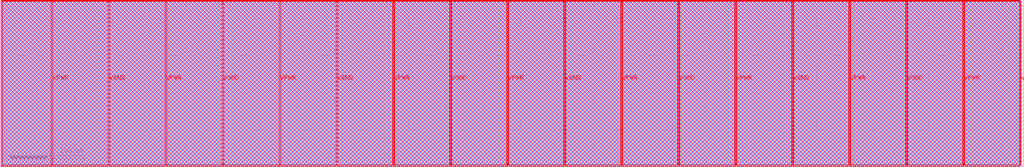
<source format=lef>
VERSION 5.7 ;
  NOWIREEXTENSIONATPIN ON ;
  DIVIDERCHAR "/" ;
  BUSBITCHARS "[]" ;
MACRO tt_um_lisa
  CLASS BLOCK ;
  FOREIGN tt_um_lisa ;
  ORIGIN 0.000 0.000 ;
  SIZE 1378.160 BY 225.760 ;
  PIN VGND
    USE GROUND ;
    PORT
      LAYER met4 ;
        RECT 1220.280 2.480 1221.880 223.280 ;
    END
    PORT
      LAYER met4 ;
        RECT 1066.680 2.480 1068.280 223.280 ;
    END
    PORT
      LAYER met4 ;
        RECT 1373.880 2.480 1375.480 223.280 ;
    END
    PORT
      LAYER met4 ;
        RECT 913.080 2.480 914.680 223.280 ;
    END
    PORT
      LAYER met4 ;
        RECT 759.480 2.480 761.080 223.280 ;
    END
    PORT
      LAYER met4 ;
        RECT 605.880 2.480 607.480 223.280 ;
    END
    PORT
      LAYER met4 ;
        RECT 452.280 2.480 453.880 223.280 ;
    END
    PORT
      LAYER met4 ;
        RECT 298.680 2.480 300.280 223.280 ;
    END
    PORT
      LAYER met4 ;
        RECT 145.080 2.480 146.680 223.280 ;
    END
  END VGND
  PIN VPWR
    USE POWER ;
    PORT
      LAYER met4 ;
        RECT 1297.080 2.480 1298.680 223.280 ;
    END
    PORT
      LAYER met4 ;
        RECT 1143.480 2.480 1145.080 223.280 ;
    END
    PORT
      LAYER met4 ;
        RECT 989.880 2.480 991.480 223.280 ;
    END
    PORT
      LAYER met4 ;
        RECT 836.280 2.480 837.880 223.280 ;
    END
    PORT
      LAYER met4 ;
        RECT 682.680 2.480 684.280 223.280 ;
    END
    PORT
      LAYER met4 ;
        RECT 529.080 2.480 530.680 223.280 ;
    END
    PORT
      LAYER met4 ;
        RECT 375.480 2.480 377.080 223.280 ;
    END
    PORT
      LAYER met4 ;
        RECT 221.880 2.480 223.480 223.280 ;
    END
    PORT
      LAYER met4 ;
        RECT 68.280 2.480 69.880 223.280 ;
    END
  END VPWR
  PIN clk
    ANTENNAGATEAREA 1.704000 ;
    ANTENNADIFFAREA 0.434700 ;
    PORT
      LAYER met4 ;
        RECT 154.870 224.760 155.170 225.760 ;
    END
  END clk
  PIN ena
    ANTENNAGATEAREA 0.196500 ;
    PORT
      LAYER met4 ;
        RECT 158.550 224.760 158.850 225.760 ;
    END
  END ena
  PIN rst_n
    ANTENNAGATEAREA 0.213000 ;
    PORT
      LAYER met4 ;
        RECT 151.190 224.760 151.490 225.760 ;
    END
  END rst_n
  PIN ui_in[0]
    ANTENNAGATEAREA 0.159000 ;
    ANTENNADIFFAREA 0.434700 ;
    PORT
      LAYER met4 ;
        RECT 147.510 224.760 147.810 225.760 ;
    END
  END ui_in[0]
  PIN ui_in[1]
    ANTENNAGATEAREA 0.213000 ;
    PORT
      LAYER met4 ;
        RECT 143.830 224.760 144.130 225.760 ;
    END
  END ui_in[1]
  PIN ui_in[2]
    ANTENNAGATEAREA 0.213000 ;
    PORT
      LAYER met4 ;
        RECT 140.150 224.760 140.450 225.760 ;
    END
  END ui_in[2]
  PIN ui_in[3]
    ANTENNAGATEAREA 0.213000 ;
    PORT
      LAYER met4 ;
        RECT 136.470 224.760 136.770 225.760 ;
    END
  END ui_in[3]
  PIN ui_in[4]
    ANTENNAGATEAREA 0.213000 ;
    PORT
      LAYER met4 ;
        RECT 132.790 224.760 133.090 225.760 ;
    END
  END ui_in[4]
  PIN ui_in[5]
    ANTENNAGATEAREA 0.213000 ;
    PORT
      LAYER met4 ;
        RECT 129.110 224.760 129.410 225.760 ;
    END
  END ui_in[5]
  PIN ui_in[6]
    ANTENNAGATEAREA 0.213000 ;
    PORT
      LAYER met4 ;
        RECT 125.430 224.760 125.730 225.760 ;
    END
  END ui_in[6]
  PIN ui_in[7]
    ANTENNAGATEAREA 0.213000 ;
    PORT
      LAYER met4 ;
        RECT 121.750 224.760 122.050 225.760 ;
    END
  END ui_in[7]
  PIN uio_in[0]
    PORT
      LAYER met4 ;
        RECT 118.070 224.760 118.370 225.760 ;
    END
  END uio_in[0]
  PIN uio_in[1]
    ANTENNAGATEAREA 0.213000 ;
    PORT
      LAYER met4 ;
        RECT 114.390 224.760 114.690 225.760 ;
    END
  END uio_in[1]
  PIN uio_in[2]
    ANTENNAGATEAREA 0.213000 ;
    ANTENNADIFFAREA 0.434700 ;
    PORT
      LAYER met4 ;
        RECT 110.710 224.760 111.010 225.760 ;
    END
  END uio_in[2]
  PIN uio_in[3]
    ANTENNAGATEAREA 0.196500 ;
    PORT
      LAYER met4 ;
        RECT 107.030 224.760 107.330 225.760 ;
    END
  END uio_in[3]
  PIN uio_in[4]
    ANTENNAGATEAREA 0.213000 ;
    ANTENNADIFFAREA 0.434700 ;
    PORT
      LAYER met4 ;
        RECT 103.350 224.760 103.650 225.760 ;
    END
  END uio_in[4]
  PIN uio_in[5]
    ANTENNAGATEAREA 0.196500 ;
    PORT
      LAYER met4 ;
        RECT 99.670 224.760 99.970 225.760 ;
    END
  END uio_in[5]
  PIN uio_in[6]
    ANTENNAGATEAREA 0.213000 ;
    PORT
      LAYER met4 ;
        RECT 95.990 224.760 96.290 225.760 ;
    END
  END uio_in[6]
  PIN uio_in[7]
    ANTENNAGATEAREA 0.213000 ;
    PORT
      LAYER met4 ;
        RECT 92.310 224.760 92.610 225.760 ;
    END
  END uio_in[7]
  PIN uio_oe[0]
    ANTENNADIFFAREA 0.445500 ;
    PORT
      LAYER met4 ;
        RECT 29.750 224.760 30.050 225.760 ;
    END
  END uio_oe[0]
  PIN uio_oe[1]
    ANTENNADIFFAREA 0.445500 ;
    PORT
      LAYER met4 ;
        RECT 26.070 224.760 26.370 225.760 ;
    END
  END uio_oe[1]
  PIN uio_oe[2]
    ANTENNADIFFAREA 0.445500 ;
    PORT
      LAYER met4 ;
        RECT 22.390 224.760 22.690 225.760 ;
    END
  END uio_oe[2]
  PIN uio_oe[3]
    ANTENNADIFFAREA 0.445500 ;
    PORT
      LAYER met4 ;
        RECT 18.710 224.760 19.010 225.760 ;
    END
  END uio_oe[3]
  PIN uio_oe[4]
    ANTENNADIFFAREA 0.445500 ;
    PORT
      LAYER met4 ;
        RECT 15.030 224.760 15.330 225.760 ;
    END
  END uio_oe[4]
  PIN uio_oe[5]
    ANTENNADIFFAREA 0.445500 ;
    PORT
      LAYER met4 ;
        RECT 11.350 224.760 11.650 225.760 ;
    END
  END uio_oe[5]
  PIN uio_oe[6]
    ANTENNADIFFAREA 0.445500 ;
    PORT
      LAYER met4 ;
        RECT 7.670 224.760 7.970 225.760 ;
    END
  END uio_oe[6]
  PIN uio_oe[7]
    ANTENNADIFFAREA 0.445500 ;
    PORT
      LAYER met4 ;
        RECT 3.990 224.760 4.290 225.760 ;
    END
  END uio_oe[7]
  PIN uio_out[0]
    ANTENNADIFFAREA 0.445500 ;
    PORT
      LAYER met4 ;
        RECT 59.190 224.760 59.490 225.760 ;
    END
  END uio_out[0]
  PIN uio_out[1]
    ANTENNADIFFAREA 0.445500 ;
    PORT
      LAYER met4 ;
        RECT 55.510 224.760 55.810 225.760 ;
    END
  END uio_out[1]
  PIN uio_out[2]
    ANTENNADIFFAREA 0.445500 ;
    PORT
      LAYER met4 ;
        RECT 51.830 224.760 52.130 225.760 ;
    END
  END uio_out[2]
  PIN uio_out[3]
    ANTENNADIFFAREA 0.445500 ;
    PORT
      LAYER met4 ;
        RECT 48.150 224.760 48.450 225.760 ;
    END
  END uio_out[3]
  PIN uio_out[4]
    ANTENNADIFFAREA 0.445500 ;
    PORT
      LAYER met4 ;
        RECT 44.470 224.760 44.770 225.760 ;
    END
  END uio_out[4]
  PIN uio_out[5]
    ANTENNADIFFAREA 0.445500 ;
    PORT
      LAYER met4 ;
        RECT 40.790 224.760 41.090 225.760 ;
    END
  END uio_out[5]
  PIN uio_out[6]
    ANTENNADIFFAREA 0.445500 ;
    PORT
      LAYER met4 ;
        RECT 37.110 224.760 37.410 225.760 ;
    END
  END uio_out[6]
  PIN uio_out[7]
    ANTENNADIFFAREA 0.445500 ;
    PORT
      LAYER met4 ;
        RECT 33.430 224.760 33.730 225.760 ;
    END
  END uio_out[7]
  PIN uo_out[0]
    ANTENNADIFFAREA 0.445500 ;
    PORT
      LAYER met4 ;
        RECT 88.630 224.760 88.930 225.760 ;
    END
  END uo_out[0]
  PIN uo_out[1]
    ANTENNADIFFAREA 0.445500 ;
    PORT
      LAYER met4 ;
        RECT 84.950 224.760 85.250 225.760 ;
    END
  END uo_out[1]
  PIN uo_out[2]
    ANTENNADIFFAREA 0.445500 ;
    PORT
      LAYER met4 ;
        RECT 81.270 224.760 81.570 225.760 ;
    END
  END uo_out[2]
  PIN uo_out[3]
    ANTENNADIFFAREA 0.445500 ;
    PORT
      LAYER met4 ;
        RECT 77.590 224.760 77.890 225.760 ;
    END
  END uo_out[3]
  PIN uo_out[4]
    ANTENNADIFFAREA 0.445500 ;
    PORT
      LAYER met4 ;
        RECT 73.910 224.760 74.210 225.760 ;
    END
  END uo_out[4]
  PIN uo_out[5]
    ANTENNADIFFAREA 0.445500 ;
    PORT
      LAYER met4 ;
        RECT 70.230 224.760 70.530 225.760 ;
    END
  END uo_out[5]
  PIN uo_out[6]
    ANTENNADIFFAREA 0.445500 ;
    PORT
      LAYER met4 ;
        RECT 66.550 224.760 66.850 225.760 ;
    END
  END uo_out[6]
  PIN uo_out[7]
    ANTENNADIFFAREA 0.445500 ;
    PORT
      LAYER met4 ;
        RECT 62.870 224.760 63.170 225.760 ;
    END
  END uo_out[7]
  OBS
      LAYER li1 ;
        RECT 2.760 2.635 1375.400 223.125 ;
      LAYER met1 ;
        RECT 0.990 0.040 1375.480 225.380 ;
      LAYER met2 ;
        RECT 1.020 0.010 1375.450 225.410 ;
      LAYER met3 ;
        RECT 1.445 0.175 1375.470 224.225 ;
      LAYER met4 ;
        RECT 2.135 224.360 3.590 224.760 ;
        RECT 4.690 224.360 7.270 224.760 ;
        RECT 8.370 224.360 10.950 224.760 ;
        RECT 12.050 224.360 14.630 224.760 ;
        RECT 15.730 224.360 18.310 224.760 ;
        RECT 19.410 224.360 21.990 224.760 ;
        RECT 23.090 224.360 25.670 224.760 ;
        RECT 26.770 224.360 29.350 224.760 ;
        RECT 30.450 224.360 33.030 224.760 ;
        RECT 34.130 224.360 36.710 224.760 ;
        RECT 37.810 224.360 40.390 224.760 ;
        RECT 41.490 224.360 44.070 224.760 ;
        RECT 45.170 224.360 47.750 224.760 ;
        RECT 48.850 224.360 51.430 224.760 ;
        RECT 52.530 224.360 55.110 224.760 ;
        RECT 56.210 224.360 58.790 224.760 ;
        RECT 59.890 224.360 62.470 224.760 ;
        RECT 63.570 224.360 66.150 224.760 ;
        RECT 67.250 224.360 69.830 224.760 ;
        RECT 70.930 224.360 73.510 224.760 ;
        RECT 74.610 224.360 77.190 224.760 ;
        RECT 78.290 224.360 80.870 224.760 ;
        RECT 81.970 224.360 84.550 224.760 ;
        RECT 85.650 224.360 88.230 224.760 ;
        RECT 89.330 224.360 91.910 224.760 ;
        RECT 93.010 224.360 95.590 224.760 ;
        RECT 96.690 224.360 99.270 224.760 ;
        RECT 100.370 224.360 102.950 224.760 ;
        RECT 104.050 224.360 106.630 224.760 ;
        RECT 107.730 224.360 110.310 224.760 ;
        RECT 111.410 224.360 113.990 224.760 ;
        RECT 115.090 224.360 117.670 224.760 ;
        RECT 118.770 224.360 121.350 224.760 ;
        RECT 122.450 224.360 125.030 224.760 ;
        RECT 126.130 224.360 128.710 224.760 ;
        RECT 129.810 224.360 132.390 224.760 ;
        RECT 133.490 224.360 136.070 224.760 ;
        RECT 137.170 224.360 139.750 224.760 ;
        RECT 140.850 224.360 143.430 224.760 ;
        RECT 144.530 224.360 147.110 224.760 ;
        RECT 148.210 224.360 150.790 224.760 ;
        RECT 151.890 224.360 154.470 224.760 ;
        RECT 155.570 224.360 158.150 224.760 ;
        RECT 159.250 224.360 1373.265 224.760 ;
        RECT 2.135 223.680 1373.265 224.360 ;
        RECT 2.135 2.080 67.880 223.680 ;
        RECT 70.280 2.080 144.680 223.680 ;
        RECT 147.080 2.080 221.480 223.680 ;
        RECT 223.880 2.080 298.280 223.680 ;
        RECT 300.680 2.080 375.080 223.680 ;
        RECT 377.480 2.080 451.880 223.680 ;
        RECT 454.280 2.080 528.680 223.680 ;
        RECT 531.080 2.080 605.480 223.680 ;
        RECT 607.880 2.080 682.280 223.680 ;
        RECT 684.680 2.080 759.080 223.680 ;
        RECT 761.480 2.080 835.880 223.680 ;
        RECT 838.280 2.080 912.680 223.680 ;
        RECT 915.080 2.080 989.480 223.680 ;
        RECT 991.880 2.080 1066.280 223.680 ;
        RECT 1068.680 2.080 1143.080 223.680 ;
        RECT 1145.480 2.080 1219.880 223.680 ;
        RECT 1222.280 2.080 1296.680 223.680 ;
        RECT 1299.080 2.080 1373.265 223.680 ;
        RECT 2.135 0.175 1373.265 2.080 ;
  END
END tt_um_lisa
END LIBRARY


</source>
